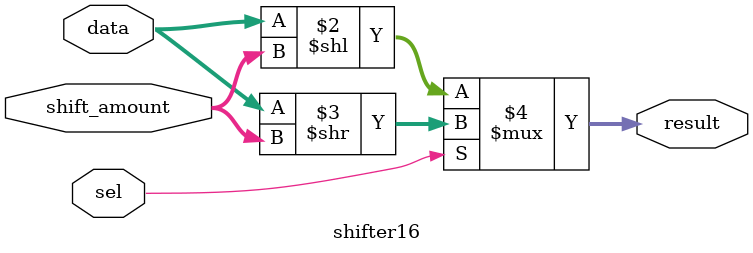
<source format=v>
`timescale 1ns / 1ps

module shifter16(
	input [15:0] data, 
    input [15:0] shift_amount, 
    input sel, //0 to the left
    output [15:0] result
    );

    assign result = (sel == 0) ? ( data << shift_amount )  : (data >> shift_amount );
endmodule

</source>
